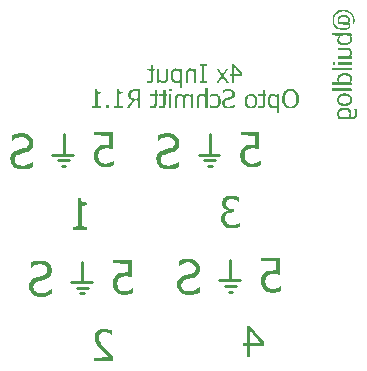
<source format=gbr>
G04 DipTrace 4.0.0.2*
G04 BottomSilk.gbr*
%MOIN*%
G04 #@! TF.FileFunction,Legend,Bot*
G04 #@! TF.Part,Single*
%ADD10C,0.009843*%
%FSLAX26Y26*%
G04*
G70*
G90*
G75*
G01*
G04 BotSilk*
%LPD*%
X699950Y749950D2*
D10*
Y687451D1*
X662451Y681201D2*
X731201D1*
X681201Y662451D2*
X718701D1*
X693701Y643701D2*
X706201D1*
X1193701Y756201D2*
Y693701D1*
X1156201Y687451D2*
X1224950D1*
X1174951Y668701D2*
X1212450D1*
X1187451Y649951D2*
X1199951D1*
X1124950Y1174950D2*
Y1112451D1*
X1087451Y1106201D2*
X1156201D1*
X1106201Y1087451D2*
X1143701D1*
X1118701Y1068701D2*
X1131201D1*
X637450Y1174950D2*
Y1112451D1*
X599951Y1106201D2*
X668701D1*
X618701Y1087451D2*
X656201D1*
X631201Y1068701D2*
X643701D1*
G36*
X1586678Y1547796D2*
X1589040Y1550159D1*
X1590615Y1553308D1*
X1591402Y1557245D1*
Y1559607D1*
X1590615Y1562757D1*
X1589827Y1565119D1*
X1585103Y1569844D1*
X1581953Y1571419D1*
X1579591Y1572206D1*
X1576442Y1572993D1*
X1566205D1*
X1563056Y1572206D1*
X1560694Y1571419D1*
X1557544Y1569844D1*
X1552820Y1565119D1*
X1551245Y1562757D1*
X1550457Y1560395D1*
Y1552521D1*
X1551245Y1550159D1*
X1551638Y1549371D1*
X1551893Y1548445D1*
X1551624Y1547787D1*
X1551245Y1547009D1*
Y1540710D1*
X1587465Y1539922D1*
Y1531261D1*
X1586678Y1530474D1*
X1585103Y1529686D1*
X1581953Y1528899D1*
X1576442Y1528111D1*
X1572242Y1527324D1*
X1568043D1*
X1563843Y1528111D1*
X1559119Y1528899D1*
X1555969Y1529686D1*
X1548095Y1533623D1*
X1542583Y1539135D1*
Y1539922D1*
X1541008Y1542285D1*
X1540221Y1544647D1*
X1539434Y1547796D1*
X1538646Y1548584D1*
Y1561182D1*
X1539434Y1561970D1*
X1540221Y1565119D1*
X1541796Y1568269D1*
X1543371Y1570631D1*
Y1571419D1*
X1548883Y1576930D1*
X1550457Y1577718D1*
X1552820Y1579293D1*
X1553607Y1580080D1*
X1555182Y1580867D1*
X1559906Y1582442D1*
X1563056Y1583230D1*
X1568043Y1584017D1*
X1573029D1*
X1578016Y1583230D1*
X1581166Y1582442D1*
X1585890Y1580867D1*
X1589040Y1579293D1*
X1589827Y1578505D1*
X1591402Y1577718D1*
X1597701Y1571419D1*
Y1570631D1*
X1599276Y1568269D1*
X1600851Y1563544D1*
X1601638Y1559607D1*
X1602426Y1558820D1*
Y1550159D1*
X1601638Y1549371D1*
X1600851Y1543072D1*
Y1541497D1*
X1605575D1*
X1606363Y1543859D1*
X1607150Y1552521D1*
Y1557245D1*
X1606363Y1562757D1*
X1605575Y1565907D1*
X1604788Y1568269D1*
X1602426Y1572993D1*
X1600851Y1575356D1*
X1592977Y1583230D1*
X1589040Y1585592D1*
X1587465Y1586379D1*
X1582741Y1587954D1*
X1579591Y1588741D1*
X1574867Y1589529D1*
X1565418D1*
X1561481Y1588741D1*
X1558331Y1587954D1*
X1555969Y1587167D1*
X1549670Y1584017D1*
X1547308Y1582442D1*
X1540221Y1575356D1*
X1537071Y1570631D1*
X1536284Y1569056D1*
X1534709Y1564332D1*
X1533922Y1561182D1*
Y1548584D1*
X1534709Y1544647D1*
X1535497Y1542285D1*
X1537859Y1537560D1*
X1539434Y1535198D1*
X1544945Y1529686D1*
X1549670Y1526537D1*
X1551245Y1525749D1*
X1555182Y1524174D1*
X1561481Y1522600D1*
X1577229D1*
X1580379Y1523387D1*
X1585103Y1524962D1*
X1589827Y1527324D1*
X1591402Y1528899D1*
Y1545434D1*
X1586678Y1547796D1*
X1581953D1*
X1573817Y1547009D1*
X1565680D1*
X1557544Y1547796D1*
Y1548584D1*
X1556757Y1550159D1*
X1555969Y1550946D1*
Y1558820D1*
X1556757Y1559607D1*
X1557544Y1561182D1*
X1557697Y1561740D1*
X1558331Y1562757D1*
X1559906Y1563544D1*
X1560694Y1564332D1*
X1563056Y1565119D1*
X1566205Y1565907D1*
X1569617Y1566694D1*
X1573029D1*
X1576442Y1565907D1*
X1579591Y1565119D1*
X1582741Y1563544D1*
X1585103Y1561182D1*
Y1559607D1*
X1585890Y1558820D1*
Y1555670D1*
X1585103Y1554883D1*
X1584316Y1551733D1*
X1582741Y1549371D1*
X1581953Y1547796D1*
X1586678D1*
G37*
G36*
X1555182Y1502915D2*
Y1502127D1*
X1552820Y1499765D1*
X1550457Y1495041D1*
X1549670Y1492678D1*
Y1484017D1*
X1552032Y1479293D1*
X1555182Y1476143D1*
X1561481Y1472993D1*
X1564631Y1472206D1*
X1569355Y1471419D1*
X1577229D1*
X1581953Y1472206D1*
X1586678Y1473781D1*
X1589827Y1475356D1*
X1592190Y1476930D1*
X1596127Y1480867D1*
X1598489Y1485592D1*
X1599276Y1489529D1*
Y1492678D1*
X1598489Y1496615D1*
X1597701Y1498978D1*
X1596520Y1501340D1*
X1595941Y1502345D1*
X1596914Y1502915D1*
X1597701Y1503702D1*
Y1510001D1*
X1596914Y1510789D1*
X1532347D1*
Y1503702D1*
X1555182Y1502915D1*
X1561481D1*
X1570930Y1503702D1*
X1580379D1*
X1589827Y1502915D1*
X1590462Y1501898D1*
X1590615Y1501340D1*
X1591402Y1498978D1*
X1592190Y1495828D1*
X1592977Y1495041D1*
Y1490316D1*
X1592190Y1489529D1*
X1591402Y1487167D1*
X1590615Y1485592D1*
Y1484804D1*
X1589040Y1483230D1*
X1587465Y1482442D1*
X1586678Y1481655D1*
X1581953Y1480080D1*
X1576704Y1479293D1*
X1571455D1*
X1566205Y1480080D1*
X1563056Y1480867D1*
X1559906Y1482442D1*
X1557544Y1484804D1*
Y1485592D1*
X1556757Y1486379D1*
Y1494253D1*
X1557544Y1495041D1*
X1558331Y1497403D1*
X1559906Y1500552D1*
X1561481Y1502915D1*
X1555182D1*
G37*
G36*
X1551245Y1462757D2*
Y1455670D1*
X1585103Y1454883D1*
X1587465Y1454096D1*
X1589040Y1453308D1*
X1591402Y1450946D1*
Y1449371D1*
X1592190Y1448584D1*
Y1444647D1*
X1591402Y1443859D1*
X1590615Y1440710D1*
X1589827Y1439135D1*
X1588253Y1436773D1*
Y1435985D1*
X1586678Y1434411D1*
X1551245Y1433623D1*
Y1426537D1*
X1597701D1*
Y1433623D1*
X1592977Y1434411D1*
Y1435198D1*
X1595339Y1437560D1*
X1596914Y1439922D1*
X1598489Y1443072D1*
X1599276Y1447009D1*
Y1449371D1*
X1598489Y1453308D1*
X1596914Y1456458D1*
X1592977Y1460395D1*
X1589827Y1461970D1*
X1586678Y1462757D1*
X1551245D1*
G37*
G36*
X1535497Y1414726D2*
Y1406852D1*
X1542583D1*
Y1414726D1*
X1535497D1*
G37*
G36*
X1551245D2*
Y1406852D1*
X1596914D1*
X1597701Y1407639D1*
Y1413938D1*
X1596914Y1414726D1*
X1551245D1*
G37*
G36*
X1532347Y1395041D2*
Y1387167D1*
X1596914D1*
X1597701Y1387954D1*
Y1394253D1*
X1596914Y1395041D1*
X1532347D1*
G37*
G36*
X1553607Y1369844D2*
X1552032Y1368269D1*
X1550457Y1365119D1*
X1549670Y1362757D1*
Y1354096D1*
X1550457Y1350946D1*
X1551245Y1349371D1*
X1551879Y1348355D1*
X1552032Y1347796D1*
X1531560Y1347009D1*
Y1339135D1*
X1596914D1*
X1597701Y1339922D1*
Y1346222D1*
X1596914Y1347009D1*
X1593764Y1347796D1*
Y1348584D1*
X1596127Y1350946D1*
X1598489Y1355670D1*
X1599276Y1359607D1*
Y1362757D1*
X1598489Y1365907D1*
X1597701Y1368269D1*
X1596127Y1370631D1*
X1592977Y1373781D1*
X1590615Y1375356D1*
X1589040Y1376143D1*
X1584316Y1377718D1*
X1579591Y1378505D1*
X1569355D1*
X1563056Y1376930D1*
X1558331Y1374568D1*
X1555182Y1372206D1*
X1553607Y1370631D1*
Y1369844D1*
X1566205D1*
X1571717Y1370631D1*
X1577229D1*
X1582741Y1369844D1*
X1585103Y1369056D1*
X1588253Y1367481D1*
X1590615Y1365119D1*
Y1364332D1*
X1591402Y1361970D1*
X1592190Y1361182D1*
Y1357245D1*
X1591402Y1356458D1*
X1590615Y1353308D1*
X1589040Y1350159D1*
Y1349371D1*
X1587465Y1347796D1*
X1577754Y1347009D1*
X1568043D1*
X1558331Y1347796D1*
X1557398Y1348682D1*
X1557544Y1349371D1*
X1556757Y1351733D1*
X1555969Y1352521D1*
Y1361182D1*
X1556757Y1361970D1*
Y1363544D1*
X1560694Y1367481D1*
X1563843Y1369056D1*
X1566205Y1369844D1*
X1553607D1*
G37*
G36*
X1532347Y1327324D2*
Y1319450D1*
X1596914D1*
X1597701Y1320237D1*
Y1326537D1*
X1596914Y1327324D1*
X1532347D1*
G37*
G36*
X1552820Y1302127D2*
X1552561Y1301172D1*
X1552032Y1300552D1*
X1550457Y1297403D1*
X1549670Y1295041D1*
Y1284804D1*
X1550457Y1282442D1*
X1552032Y1279293D1*
X1553607Y1276930D1*
X1555969Y1274568D1*
X1558331Y1272993D1*
X1563056Y1270631D1*
X1566205Y1269844D1*
X1570930Y1269056D1*
X1577229D1*
X1582741Y1269844D1*
X1587465Y1271419D1*
X1589040Y1272206D1*
X1591402Y1273781D1*
X1596127Y1278505D1*
X1597701Y1281655D1*
X1598489Y1284017D1*
X1599276Y1288741D1*
Y1291104D1*
X1598489Y1295828D1*
X1597701Y1298190D1*
X1596127Y1301340D1*
X1590615Y1306852D1*
X1585890Y1309214D1*
X1582741Y1310001D1*
X1578804Y1310789D1*
X1569355D1*
X1565418Y1310001D1*
X1560694Y1308426D1*
X1559119Y1307639D1*
X1556757Y1306064D1*
X1552820Y1302127D1*
X1566205D1*
X1571717Y1302915D1*
X1577229D1*
X1582741Y1302127D1*
X1585103Y1301340D1*
X1588253Y1299765D1*
X1590615Y1297403D1*
Y1296615D1*
X1592190Y1292678D1*
X1592977Y1291891D1*
Y1287954D1*
X1592190Y1287167D1*
X1591402Y1284804D1*
X1590615Y1283230D1*
Y1282442D1*
X1589040Y1280867D1*
X1587465Y1280080D1*
X1586678Y1279293D1*
X1581953Y1277718D1*
X1576966Y1276930D1*
X1571980D1*
X1566993Y1277718D1*
X1563843Y1278505D1*
X1560694Y1280080D1*
X1556757Y1284017D1*
Y1284804D1*
X1555969Y1285592D1*
Y1294253D1*
X1556757Y1295041D1*
X1557544Y1296615D1*
Y1297403D1*
X1559119Y1298978D1*
X1560694Y1299765D1*
X1561481Y1300552D1*
X1563056Y1301340D1*
X1566205Y1302127D1*
X1552820D1*
G37*
G36*
Y1254883D2*
X1552561Y1253928D1*
X1552032Y1253308D1*
X1550457Y1250159D1*
X1549670Y1247796D1*
Y1239135D1*
X1551245Y1234411D1*
X1551638Y1233623D1*
X1551893Y1232697D1*
X1551624Y1232039D1*
X1551245Y1231261D1*
Y1224174D1*
X1592190D1*
X1600064Y1224962D1*
X1603213Y1225749D1*
X1605575Y1226537D1*
X1607150Y1227324D1*
X1609512Y1228899D1*
X1611875Y1231261D1*
X1614237Y1235985D1*
X1615024Y1238348D1*
X1615812Y1243859D1*
Y1247796D1*
X1615024Y1254096D1*
X1614237Y1257245D1*
X1613449Y1258820D1*
X1606363D1*
Y1258033D1*
X1607150Y1255670D1*
X1607938Y1252521D1*
X1608725Y1248584D1*
X1609512Y1247796D1*
Y1242285D1*
X1608725Y1241497D1*
X1607938Y1238348D1*
X1607150Y1236773D1*
Y1235985D1*
X1605575Y1234411D1*
X1602426Y1232836D1*
X1598751Y1232048D1*
X1595077D1*
X1591402Y1232836D1*
X1593764Y1235198D1*
X1596127Y1239922D1*
X1596914Y1244647D1*
Y1247796D1*
X1596127Y1251733D1*
X1594552Y1254883D1*
X1589040Y1260395D1*
X1587465Y1261182D1*
X1582741Y1262757D1*
X1578804Y1263544D1*
X1569355D1*
X1565418Y1262757D1*
X1563056Y1261970D1*
X1556757Y1258820D1*
X1552820Y1254883D1*
X1566205D1*
X1571455Y1255670D1*
X1576704D1*
X1581953Y1254883D1*
X1584316Y1254096D1*
X1585890Y1253308D1*
X1589827Y1249371D1*
Y1247009D1*
X1590615Y1246222D1*
Y1242285D1*
X1589827Y1241497D1*
X1589040Y1238348D1*
X1587465Y1235198D1*
Y1234411D1*
X1585890Y1232836D1*
X1576704Y1232048D1*
X1567518D1*
X1558331Y1232836D1*
X1557398Y1233721D1*
X1557544Y1234411D1*
X1556757Y1236773D1*
X1555969Y1237560D1*
Y1247009D1*
X1556757Y1247796D1*
Y1248584D1*
X1561481Y1253308D1*
X1566205Y1254883D1*
X1552820D1*
G37*
G36*
X1091402Y1408426D2*
Y1402915D1*
X1099276Y1402127D1*
Y1352521D1*
X1091402Y1351733D1*
Y1346222D1*
X1115024D1*
Y1351733D1*
X1106363Y1352521D1*
Y1402127D1*
X1115024Y1402915D1*
Y1408426D1*
X1091402D1*
G37*
G36*
X1198489Y1398190D2*
Y1375356D1*
X1190615Y1374568D1*
Y1368269D1*
X1198489Y1367481D1*
Y1346222D1*
X1205575D1*
Y1367481D1*
X1233134Y1368269D1*
Y1377718D1*
X1227623Y1384017D1*
X1221323Y1391104D1*
X1215812Y1397403D1*
X1209512Y1404489D1*
X1205575Y1408426D1*
X1198489D1*
Y1398190D1*
X1205575D1*
X1206163Y1398696D1*
X1206572Y1398650D1*
X1207150Y1398190D1*
X1211087Y1393466D1*
X1222111Y1380867D1*
X1227623Y1375356D1*
X1220274Y1374568D1*
X1212925D1*
X1205575Y1375356D1*
Y1398190D1*
X1198489D1*
G37*
G36*
X929197Y1406064D2*
Y1393466D1*
X914237Y1392678D1*
Y1387167D1*
X929197Y1386379D1*
Y1359607D1*
X928410Y1358820D1*
Y1355670D1*
X926048Y1353308D1*
X924473Y1352521D1*
X921848Y1351733D1*
X919224D1*
X916599Y1352521D1*
X915024Y1353308D1*
X914237D1*
Y1347009D1*
X915024Y1346222D1*
X918961Y1345434D1*
X926048D1*
X928410Y1346222D1*
X931560Y1347796D1*
X933134Y1349371D1*
X934709Y1351733D1*
X935497Y1354096D1*
X936284Y1358820D1*
Y1386379D1*
X941008Y1387167D1*
Y1392678D1*
X936284Y1393466D1*
Y1406064D1*
X929197D1*
G37*
G36*
X996914Y1386379D2*
X996655Y1385424D1*
X996127Y1384804D1*
X995339Y1383230D1*
X994552Y1380867D1*
X993764Y1377718D1*
Y1364332D1*
X994552Y1361182D1*
X995339Y1358820D1*
X997701Y1354096D1*
X999276Y1351733D1*
X1001638Y1349371D1*
X1004001Y1347796D1*
X1007150Y1346222D1*
X1009512Y1345434D1*
X1017386D1*
X1022111Y1347009D1*
X1023686Y1347796D1*
X1024274Y1348302D1*
X1024682Y1348256D1*
X1025260Y1347796D1*
Y1328899D1*
X1032347D1*
Y1392678D1*
X1025260D1*
Y1389529D1*
X1024300Y1388707D1*
X1023686Y1388741D1*
X1021323Y1391104D1*
X1016599Y1393466D1*
X1013449Y1394253D1*
X1007150D1*
X1004788Y1393466D1*
X1001638Y1391891D1*
X997701Y1387954D1*
X996914Y1386379D1*
X1008725D1*
X1011350Y1387167D1*
X1013974D1*
X1016599Y1386379D1*
X1018961Y1385592D1*
X1022111Y1384017D1*
X1022898Y1383230D1*
X1024473Y1382442D1*
X1025260Y1381655D1*
Y1354883D1*
X1024473Y1354096D1*
X1019749Y1352521D1*
X1016599Y1351733D1*
X1013449D1*
X1010300Y1352521D1*
X1007150Y1354096D1*
X1003213Y1358033D1*
Y1358820D1*
X1002426Y1361182D1*
X1001638Y1364332D1*
X1000851Y1365119D1*
Y1374568D1*
X1001638Y1375356D1*
X1002426Y1379293D1*
X1003213Y1381655D1*
Y1382442D1*
X1005575Y1384804D1*
X1008725Y1386379D1*
X996914D1*
G37*
G36*
X1055969Y1394253D2*
X1052820Y1393466D1*
X1051245Y1392678D1*
X1047308Y1388741D1*
X1045733Y1385592D1*
X1044945Y1383230D1*
Y1346222D1*
X1051245D1*
X1052032Y1373781D1*
X1052820Y1381655D1*
Y1383230D1*
X1055182Y1385592D1*
X1056757Y1386379D1*
X1059381Y1387167D1*
X1062006D1*
X1064631Y1386379D1*
X1066993Y1385592D1*
X1068568Y1384804D1*
X1069355Y1384017D1*
X1070930Y1383230D1*
X1073292Y1380867D1*
Y1346222D1*
X1080379D1*
Y1392678D1*
X1073292D1*
Y1388741D1*
X1072457Y1387886D1*
X1072049Y1388014D1*
X1071717Y1388741D1*
X1070142Y1390316D1*
X1067780Y1391891D1*
X1064631Y1393466D1*
X1061481Y1394253D1*
X1055969D1*
G37*
G36*
X948883Y1392678D2*
Y1346222D1*
X955969D1*
Y1350159D1*
X956557Y1350664D1*
X956965Y1350618D1*
X957535Y1350135D1*
X958331Y1349371D1*
X961481Y1347009D1*
X964631Y1345434D1*
X967780Y1344647D1*
X974079D1*
X976442Y1345434D1*
X978016Y1346222D1*
X982741Y1350946D1*
X983528Y1352521D1*
X984316Y1354883D1*
X985103Y1358820D1*
Y1392678D1*
X978016D1*
X977229Y1359607D1*
X976442Y1356458D1*
Y1355670D1*
X974079Y1353308D1*
X972505Y1352521D1*
X969880Y1351733D1*
X967255D1*
X964631Y1352521D1*
X958331Y1355670D1*
X957544Y1356458D1*
X955969Y1357245D1*
Y1392678D1*
X948883D1*
G37*
G36*
X1147308D2*
Y1391891D1*
X1150457Y1387167D1*
X1152820Y1384017D1*
X1157544Y1376930D1*
X1159906Y1373781D1*
X1161481Y1371419D1*
X1163056Y1369844D1*
X1161481Y1368269D1*
X1147308Y1347009D1*
Y1346222D1*
X1155182D1*
X1156757Y1347796D1*
X1163056Y1357245D1*
X1163843Y1358820D1*
X1165418Y1361182D1*
Y1361970D1*
X1166993Y1363544D1*
X1167711Y1363243D1*
X1168398Y1362476D1*
X1168568Y1361970D1*
X1178016Y1347796D1*
X1178804Y1346222D1*
X1187465D1*
X1184316Y1350946D1*
X1181953Y1354096D1*
X1177229Y1361182D1*
X1174867Y1364332D1*
X1173292Y1366694D1*
X1171717Y1368269D1*
Y1369844D1*
X1172505Y1370631D1*
X1186678Y1391891D1*
Y1392678D1*
X1178016D1*
X1174867Y1387954D1*
X1174079Y1386379D1*
X1169355Y1379293D1*
X1168171Y1376928D1*
X1167713Y1376106D1*
X1166944Y1375286D1*
X1166539Y1375415D1*
X1166205Y1376143D1*
X1159906Y1385592D1*
X1157544Y1388741D1*
X1155969Y1391104D1*
X1154394Y1392678D1*
X1147308D1*
G37*
G36*
X1110300Y1327324D2*
Y1304489D1*
X1109465Y1303634D1*
X1109057Y1303762D1*
X1108725Y1304489D1*
X1107150Y1306064D1*
X1104788Y1307639D1*
X1101638Y1309214D1*
X1098489Y1310001D1*
X1092977D1*
X1089827Y1309214D1*
X1088253Y1308426D1*
X1084316Y1304489D1*
X1082741Y1301340D1*
X1081953Y1298978D1*
Y1261970D1*
X1088253D1*
X1089040Y1289529D1*
X1089827Y1297403D1*
Y1298978D1*
X1092190Y1301340D1*
X1093764Y1302127D1*
X1096389Y1302915D1*
X1099014D1*
X1101638Y1302127D1*
X1104001Y1301340D1*
X1105575Y1300552D1*
X1106363Y1299765D1*
X1107938Y1298978D1*
X1110300Y1296615D1*
Y1261970D1*
X1117386D1*
Y1327324D1*
X1110300D1*
G37*
G36*
X1181953Y1325749D2*
X1177229Y1324962D1*
X1174079Y1324174D1*
X1171717Y1323387D1*
X1170142Y1322600D1*
X1169355Y1321812D1*
Y1312363D1*
X1172505Y1314726D1*
X1173292Y1315513D1*
X1176442Y1317088D1*
X1178804Y1317875D1*
X1185103Y1319450D1*
X1188253D1*
X1191402Y1318663D1*
X1193764Y1317875D1*
X1195339Y1317088D1*
X1199276Y1313151D1*
Y1312363D1*
X1200064Y1311576D1*
Y1306064D1*
X1199276Y1305277D1*
Y1303702D1*
X1196127Y1300552D1*
X1194552Y1299765D1*
X1189827Y1298190D1*
X1180379Y1295828D1*
X1175654Y1294253D1*
X1174079Y1293466D1*
X1171717Y1291891D1*
X1169355Y1289529D1*
X1166993Y1284804D1*
X1166205Y1280080D1*
Y1278505D1*
X1166993Y1274568D1*
X1167780Y1272206D1*
X1169355Y1269056D1*
X1171717Y1265907D1*
X1174867Y1263544D1*
X1178016Y1261970D1*
X1180379Y1261182D1*
X1183528Y1260395D1*
X1193764D1*
X1198489Y1261182D1*
X1203213Y1262757D1*
X1207150Y1264332D1*
X1207938Y1265119D1*
Y1275356D1*
X1204788Y1272206D1*
X1198489Y1269056D1*
X1193764Y1267481D1*
X1190352Y1266694D1*
X1186940D1*
X1183528Y1267481D1*
X1181166Y1268269D1*
X1178016Y1269844D1*
X1175654Y1272206D1*
Y1272993D1*
X1174867Y1275356D1*
X1174079Y1276143D1*
Y1279293D1*
X1174867Y1280080D1*
X1176442Y1284017D1*
X1176595Y1284575D1*
X1177229Y1285592D1*
X1180379Y1287167D1*
X1185103Y1288741D1*
X1194552Y1291104D1*
X1196914Y1291891D1*
X1201638Y1294253D1*
X1205575Y1298190D1*
X1207150Y1301340D1*
X1207938Y1304489D1*
Y1310789D1*
X1207150Y1313938D1*
X1205575Y1317088D1*
X1200064Y1322600D1*
X1196914Y1324174D1*
X1194552Y1324962D1*
X1191402Y1325749D1*
X1181953D1*
G37*
G36*
X1374867Y1318663D2*
X1373292Y1317088D1*
X1371717Y1314726D1*
X1368568Y1308426D1*
X1367780Y1306064D1*
X1366993Y1302915D1*
X1366205Y1296615D1*
Y1289529D1*
X1366993Y1283230D1*
X1367780Y1280080D1*
X1368568Y1277718D1*
X1371717Y1271419D1*
X1374079Y1268269D1*
X1376442Y1265907D1*
X1378804Y1264332D1*
X1383528Y1261970D1*
X1385890Y1261182D1*
X1389040Y1260395D1*
X1398489D1*
X1402426Y1261182D1*
X1404788Y1261970D1*
X1407938Y1263544D1*
X1410300Y1265119D1*
X1415024Y1269844D1*
X1416599Y1272206D1*
X1418961Y1276930D1*
X1419749Y1279293D1*
X1420536Y1282442D1*
X1421323Y1286379D1*
Y1299765D1*
X1420536Y1303702D1*
X1419749Y1306852D1*
X1418961Y1309214D1*
X1416599Y1313938D1*
X1415024Y1316300D1*
X1410300Y1321025D1*
X1407938Y1322600D1*
X1404788Y1324174D1*
X1398489Y1325749D1*
X1389040D1*
X1385890Y1324962D1*
X1383528Y1324174D1*
X1378804Y1321812D1*
X1376442Y1320237D1*
X1374867Y1318663D1*
X1389040D1*
X1392190Y1319450D1*
X1395339D1*
X1401638Y1317875D1*
X1403213Y1317088D1*
X1404001Y1316300D1*
X1405575Y1315513D1*
X1408725Y1312363D1*
Y1311576D1*
X1410300Y1309214D1*
X1411875Y1304489D1*
X1412662Y1300552D1*
X1413449Y1299765D1*
Y1286379D1*
X1412662Y1285592D1*
X1411875Y1281655D1*
X1411087Y1279293D1*
X1409512Y1276143D1*
X1407938Y1273781D1*
Y1272993D1*
X1405575Y1270631D1*
X1400851Y1268269D1*
X1398489Y1267481D1*
X1395339Y1266694D1*
X1392190D1*
X1389040Y1267481D1*
X1386678Y1268269D1*
X1383528Y1269844D1*
X1378016Y1275356D1*
Y1276143D1*
X1377229Y1277718D1*
X1375654Y1282442D1*
X1374867Y1287954D1*
X1374079Y1288741D1*
Y1297403D1*
X1374867Y1298190D1*
X1375654Y1302915D1*
X1376442Y1306064D1*
X1377229Y1308426D1*
X1378016Y1310001D1*
X1380379Y1313151D1*
X1380532Y1313709D1*
X1381166Y1314726D1*
X1382741Y1315513D1*
X1383528Y1316300D1*
X1386678Y1317875D1*
X1389040Y1318663D1*
X1374867D1*
G37*
G36*
X743371Y1324174D2*
Y1268269D1*
X732347Y1267481D1*
Y1261970D1*
X761481D1*
Y1267481D1*
X750457Y1268269D1*
Y1310001D1*
X761481Y1310789D1*
Y1315513D1*
X756757Y1316300D1*
X753607Y1317088D1*
X752032Y1317875D1*
X749670Y1320237D1*
Y1321812D1*
X748883Y1324174D1*
X743371D1*
G37*
G36*
X816599D2*
Y1268269D1*
X805575Y1267481D1*
Y1261970D1*
X834709D1*
Y1267481D1*
X823686Y1268269D1*
Y1310001D1*
X834709Y1310789D1*
Y1315513D1*
X829985Y1316300D1*
X826835Y1317088D1*
X825260Y1317875D1*
X822898Y1320237D1*
Y1321812D1*
X822111Y1324174D1*
X816599D1*
G37*
G36*
X855969Y1317088D2*
X855710Y1316133D1*
X855182Y1315513D1*
X853607Y1312363D1*
Y1302915D1*
X855182Y1298190D1*
X856757Y1295828D1*
X859906Y1292678D1*
X862268Y1291104D1*
X865418Y1289529D1*
X866205Y1288741D1*
X863843Y1286379D1*
X854394Y1274568D1*
X850457Y1269844D1*
X844158Y1261970D1*
X854394D1*
X855969Y1263544D1*
X858331Y1266694D1*
X864631Y1274568D1*
X866993Y1277718D1*
X873292Y1285592D1*
Y1286379D1*
X876966Y1287167D1*
X880641D1*
X884316Y1286379D1*
Y1261970D1*
X892190D1*
Y1324174D1*
X869355D1*
X865418Y1323387D1*
X863056Y1322600D1*
X859906Y1321025D1*
X855969Y1317088D1*
X869355D1*
X874342Y1317875D1*
X879329D1*
X884316Y1317088D1*
Y1294253D1*
X879854Y1293466D1*
X875392D1*
X870930Y1294253D1*
X867780Y1295041D1*
X866205Y1295828D1*
X863056Y1298978D1*
Y1299765D1*
X862268Y1301340D1*
X861481Y1302127D1*
Y1310789D1*
X862268Y1311576D1*
Y1312363D1*
X865418Y1315513D1*
X866993Y1316300D1*
X869355Y1317088D1*
X855969D1*
G37*
G36*
X989040Y1324174D2*
Y1317088D1*
X997701D1*
Y1324174D1*
X989040D1*
G37*
G36*
X941008Y1321812D2*
Y1309214D1*
X926048Y1308426D1*
Y1302915D1*
X941008Y1302127D1*
Y1275356D1*
X940221Y1274568D1*
Y1271419D1*
X937859Y1269056D1*
X936284Y1268269D1*
X933659Y1267481D1*
X931035D1*
X928410Y1268269D1*
X926835Y1269056D1*
X926048D1*
Y1262757D1*
X926835Y1261970D1*
X930772Y1261182D1*
X937859D1*
X940221Y1261970D1*
X943371Y1263544D1*
X944945Y1265119D1*
X946520Y1267481D1*
X947308Y1269844D1*
X948095Y1274568D1*
Y1302127D1*
X952820Y1302915D1*
Y1308426D1*
X948095Y1309214D1*
Y1321812D1*
X941008D1*
G37*
G36*
X970142D2*
Y1309214D1*
X955182Y1308426D1*
Y1302915D1*
X970142Y1302127D1*
Y1275356D1*
X969355Y1274568D1*
Y1271419D1*
X966993Y1269056D1*
X965418Y1268269D1*
X962793Y1267481D1*
X960169D1*
X957544Y1268269D1*
X955969Y1269056D1*
X955182D1*
Y1262757D1*
X955969Y1261970D1*
X959906Y1261182D1*
X966993D1*
X969355Y1261970D1*
X972505Y1263544D1*
X974079Y1265119D1*
X975654Y1267481D1*
X976442Y1269844D1*
X977229Y1274568D1*
Y1302127D1*
X981953Y1302915D1*
Y1308426D1*
X977229Y1309214D1*
Y1321812D1*
X970142D1*
G37*
G36*
X1301638D2*
Y1309214D1*
X1286678Y1308426D1*
Y1302915D1*
X1301638Y1302127D1*
Y1275356D1*
X1300851Y1274568D1*
Y1271419D1*
X1298489Y1269056D1*
X1296914Y1268269D1*
X1294289Y1267481D1*
X1291665D1*
X1289040Y1268269D1*
X1287465Y1269056D1*
X1286678D1*
Y1262757D1*
X1287465Y1261970D1*
X1291402Y1261182D1*
X1298489D1*
X1300851Y1261970D1*
X1304001Y1263544D1*
X1305575Y1265119D1*
X1307150Y1267481D1*
X1307938Y1269844D1*
X1308725Y1274568D1*
Y1302127D1*
X1313449Y1302915D1*
Y1308426D1*
X1308725Y1309214D1*
Y1321812D1*
X1301638D1*
G37*
G36*
X1019749Y1310001D2*
X1016599Y1309214D1*
X1014237Y1307639D1*
X1011875Y1305277D1*
X1010300Y1302127D1*
X1009512Y1299765D1*
Y1261970D1*
X1015812D1*
X1016599Y1290316D1*
X1017386Y1298190D1*
X1018174Y1299765D1*
X1018327Y1300323D1*
X1018961Y1301340D1*
X1020536Y1302127D1*
X1022898Y1302915D1*
X1025260D1*
X1029985Y1301340D1*
X1031560Y1300552D1*
X1032347Y1299765D1*
X1033922Y1298978D1*
X1036284Y1296615D1*
X1036025Y1295660D1*
X1035497Y1295041D1*
Y1261970D1*
X1042583D1*
X1043371Y1292678D1*
X1044158Y1298978D1*
Y1299765D1*
X1045733Y1301340D1*
X1047308Y1302127D1*
X1049670Y1302915D1*
X1052032D1*
X1056757Y1301340D1*
X1057544Y1300552D1*
X1059906Y1298978D1*
X1061481Y1298190D1*
X1062268Y1297403D1*
Y1261970D1*
X1069355D1*
Y1308426D1*
X1062268D1*
Y1304489D1*
X1061433Y1303634D1*
X1061026Y1303762D1*
X1060694Y1304489D1*
X1058331Y1306852D1*
X1055969Y1308426D1*
X1054394Y1309214D1*
X1052032Y1310001D1*
X1046520D1*
X1043371Y1309214D1*
X1041796Y1308426D1*
X1038646Y1305277D1*
X1037859Y1303702D1*
X1037572Y1302734D1*
X1036758Y1302066D1*
X1036284Y1302127D1*
X1030772Y1307639D1*
X1027623Y1309214D1*
X1025260Y1310001D1*
X1019749D1*
G37*
G36*
X1135497D2*
X1132347Y1309214D1*
X1127623Y1307639D1*
X1126048Y1306852D1*
Y1298190D1*
X1128410Y1299765D1*
X1129197Y1300552D1*
X1130772Y1301340D1*
X1135497Y1302915D1*
X1138121Y1303702D1*
X1140746D1*
X1143371Y1302915D1*
X1145733Y1302127D1*
X1147308Y1301340D1*
X1151245Y1297403D1*
Y1296615D1*
X1152032Y1295041D1*
X1152820Y1291891D1*
X1153607Y1291104D1*
Y1280080D1*
X1152820Y1279293D1*
X1152032Y1276143D1*
X1151245Y1274568D1*
Y1273781D1*
X1147308Y1269844D1*
X1145733Y1269056D1*
X1143371Y1268269D1*
X1140484Y1267481D1*
X1137596D1*
X1134709Y1268269D1*
X1132347Y1269056D1*
X1127623Y1271419D1*
X1126048Y1272993D1*
Y1264332D1*
X1127623Y1263544D1*
X1132347Y1261970D1*
X1135497Y1261182D1*
X1143371D1*
X1146520Y1261970D1*
X1148883Y1262757D1*
X1152032Y1264332D1*
X1157544Y1269844D1*
X1159119Y1272993D1*
X1160694Y1277718D1*
Y1292678D1*
X1159906Y1295828D1*
X1157544Y1300552D1*
X1155969Y1302915D1*
X1152820Y1306064D1*
X1150457Y1307639D1*
X1148883Y1308426D1*
X1146520Y1309214D1*
X1143371Y1310001D1*
X1135497D1*
G37*
G36*
X1246520Y1302915D2*
Y1302127D1*
X1244945Y1300552D1*
X1243371Y1297403D1*
X1242583Y1295041D1*
X1241796Y1291891D1*
Y1278505D1*
X1242583Y1275356D1*
X1243371Y1272993D1*
X1245733Y1268269D1*
X1250457Y1263544D1*
X1255182Y1261182D1*
X1258331Y1260395D1*
X1266205D1*
X1269355Y1261182D1*
X1271717Y1261970D1*
X1274079Y1263544D1*
X1278804Y1268269D1*
X1280379Y1270631D1*
X1281166Y1272993D1*
X1281953Y1274568D1*
X1282741Y1277718D1*
Y1292678D1*
X1281953Y1295828D1*
X1281166Y1298190D1*
X1280379Y1299765D1*
X1278804Y1302127D1*
X1274079Y1306852D1*
X1269355Y1309214D1*
X1266205Y1310001D1*
X1258331D1*
X1255182Y1309214D1*
X1250457Y1306852D1*
X1246520Y1302915D1*
X1258331D1*
X1260956Y1303702D1*
X1263581D1*
X1266205Y1302915D1*
X1268568Y1302127D1*
X1270142Y1301340D1*
X1272505Y1298978D1*
Y1298190D1*
X1274079Y1295041D1*
X1274867Y1292678D1*
X1275654Y1291891D1*
Y1279293D1*
X1274867Y1278505D1*
X1274079Y1275356D1*
X1272505Y1272206D1*
Y1271419D1*
X1270142Y1269056D1*
X1268568Y1268269D1*
X1266205Y1267481D1*
X1263581Y1266694D1*
X1260956D1*
X1258331Y1267481D1*
X1255969Y1268269D1*
X1255182Y1269056D1*
X1253607Y1269844D1*
X1252673Y1270729D1*
X1252820Y1271419D1*
X1251245Y1273781D1*
X1250457Y1276143D1*
X1249670Y1279293D1*
X1248883Y1280080D1*
Y1290316D1*
X1249670Y1291104D1*
X1250457Y1294253D1*
X1251245Y1296615D1*
X1252820Y1298978D1*
X1252973Y1299536D1*
X1253607Y1300552D1*
X1258331Y1302915D1*
X1246520D1*
G37*
G36*
X1321323Y1302127D2*
X1321065Y1301172D1*
X1320536Y1300552D1*
X1319749Y1298978D1*
X1318961Y1296615D1*
X1318174Y1293466D1*
Y1280080D1*
X1318961Y1276930D1*
X1319749Y1274568D1*
X1322111Y1269844D1*
X1323686Y1267481D1*
X1326048Y1265119D1*
X1328410Y1263544D1*
X1331560Y1261970D1*
X1333922Y1261182D1*
X1341796D1*
X1346520Y1262757D1*
X1348095Y1263544D1*
X1348683Y1264050D1*
X1349091Y1264004D1*
X1349670Y1263544D1*
Y1244647D1*
X1356757D1*
Y1308426D1*
X1349670D1*
Y1305277D1*
X1348710Y1304455D1*
X1348095Y1304489D1*
X1345733Y1306852D1*
X1341008Y1309214D1*
X1337859Y1310001D1*
X1331560D1*
X1329197Y1309214D1*
X1326048Y1307639D1*
X1322111Y1303702D1*
X1321323Y1302127D1*
X1333134D1*
X1335759Y1302915D1*
X1338384D1*
X1341008Y1302127D1*
X1343371Y1301340D1*
X1346520Y1299765D1*
X1347308Y1298978D1*
X1348883Y1298190D1*
X1349670Y1297403D1*
Y1270631D1*
X1348883Y1269844D1*
X1344158Y1268269D1*
X1341008Y1267481D1*
X1337859D1*
X1334709Y1268269D1*
X1331560Y1269844D1*
X1327623Y1273781D1*
Y1274568D1*
X1326835Y1276930D1*
X1326048Y1280080D1*
X1325260Y1280867D1*
Y1290316D1*
X1326048Y1291104D1*
X1326835Y1295041D1*
X1327623Y1297403D1*
Y1298190D1*
X1329985Y1300552D1*
X1333134Y1302127D1*
X1321323D1*
G37*
G36*
X989827Y1308426D2*
Y1261970D1*
X996914D1*
Y1308426D1*
X989827D1*
G37*
G36*
X780379Y1272993D2*
Y1261970D1*
X789827D1*
Y1272993D1*
X780379D1*
G37*
G36*
X550457Y753177D2*
X541796Y751733D1*
X536022Y750290D1*
X531691Y748846D1*
X528804Y747403D1*
X527360Y745959D1*
Y728636D1*
X533134Y732967D1*
X534578Y734411D1*
X540352Y737298D1*
X544683Y738741D1*
X556232Y741628D1*
X562006D1*
X567780Y740185D1*
X572111Y738741D1*
X574998Y737298D1*
X582216Y730080D1*
Y728636D1*
X583659Y727193D1*
Y717088D1*
X582216Y715644D1*
Y712757D1*
X576442Y706983D1*
X573554Y705539D1*
X564893Y702652D1*
X547570Y698321D1*
X538909Y695434D1*
X536022Y693991D1*
X531691Y691104D1*
X527360Y686773D1*
X523029Y678111D1*
X521586Y669450D1*
Y666563D1*
X523029Y659345D1*
X524473Y655014D1*
X527360Y649240D1*
X531691Y643466D1*
X537465Y639135D1*
X543239Y636248D1*
X547570Y634804D1*
X553344Y633361D1*
X572111D1*
X580772Y634804D1*
X589434Y637691D1*
X596652Y640579D1*
X598095Y642022D1*
Y660789D1*
X592321Y655014D1*
X580772Y649240D1*
X572111Y646353D1*
X565855Y644909D1*
X559600D1*
X553344Y646353D1*
X549014Y647796D1*
X543239Y650684D1*
X538909Y655014D1*
Y656458D1*
X537465Y660789D1*
X536022Y662232D1*
Y668006D1*
X537465Y669450D1*
X540352Y676668D1*
X540633Y677691D1*
X541796Y679555D1*
X547570Y682442D1*
X556232Y685329D1*
X573554Y689660D1*
X577885Y691104D1*
X586547Y695434D1*
X593764Y702652D1*
X596652Y708426D1*
X598095Y714201D1*
Y725749D1*
X596652Y731523D1*
X593764Y737298D1*
X583659Y747403D1*
X577885Y750290D1*
X573554Y751733D1*
X567780Y753177D1*
X550457D1*
G37*
G36*
X803082Y756064D2*
Y744516D1*
X850720Y743072D1*
Y714201D1*
X830510Y712757D1*
X823292Y711314D1*
X814631Y706983D1*
X807413Y699765D1*
X804526Y693991D1*
X803082Y689660D1*
X801638Y679555D1*
Y676668D1*
X803082Y666563D1*
X804526Y662232D1*
X808856Y653571D1*
X817518Y644909D1*
X823292Y642022D1*
X827623Y640579D1*
X833397Y639135D1*
X849276D1*
X856494Y640579D1*
X862268Y642022D1*
X869486Y644909D1*
Y660789D1*
X857938Y655014D1*
X853607Y653571D1*
X847833Y652127D1*
X843021Y650684D1*
X838209D1*
X833397Y652127D1*
X829066Y653571D1*
X826179Y655014D1*
X820405Y660789D1*
Y662232D1*
X818961Y665119D1*
X817518Y670894D1*
X816074Y672337D1*
Y682442D1*
X817518Y683886D1*
X818961Y689660D1*
Y691104D1*
X824736Y696878D1*
X827623Y698321D1*
X833397Y699765D1*
X840615Y701209D1*
X847833D1*
X855050Y699765D1*
X863712Y698321D1*
X865155D1*
Y756064D1*
X803082D1*
G37*
G36*
X1044158Y758951D2*
X1035497Y757508D1*
X1029722Y756064D1*
X1025392Y754621D1*
X1022505Y753177D1*
X1021061Y751733D1*
Y734411D1*
X1026835Y738741D1*
X1028279Y740185D1*
X1034053Y743072D1*
X1038384Y744516D1*
X1049932Y747403D1*
X1055707D1*
X1061481Y745959D1*
X1065812Y744516D1*
X1068699Y743072D1*
X1075917Y735854D1*
Y734411D1*
X1077360Y732967D1*
Y722862D1*
X1075917Y721419D1*
Y718531D1*
X1070142Y712757D1*
X1067255Y711314D1*
X1058594Y708426D1*
X1041271Y704096D1*
X1032610Y701209D1*
X1029722Y699765D1*
X1025392Y696878D1*
X1021061Y692547D1*
X1016730Y683886D1*
X1015287Y675224D1*
Y672337D1*
X1016730Y665119D1*
X1018174Y660789D1*
X1021061Y655014D1*
X1025392Y649240D1*
X1031166Y644909D1*
X1036940Y642022D1*
X1041271Y640579D1*
X1047045Y639135D1*
X1065812D1*
X1074473Y640579D1*
X1083134Y643466D1*
X1090352Y646353D1*
X1091796Y647796D1*
Y666563D1*
X1086022Y660789D1*
X1074473Y655014D1*
X1065812Y652127D1*
X1059556Y650684D1*
X1053301D1*
X1047045Y652127D1*
X1042715Y653571D1*
X1036940Y656458D1*
X1032610Y660789D1*
Y662232D1*
X1031166Y666563D1*
X1029722Y668006D1*
Y673781D1*
X1031166Y675224D1*
X1034053Y682442D1*
X1034334Y683465D1*
X1035497Y685329D1*
X1041271Y688216D1*
X1049932Y691104D1*
X1067255Y695434D1*
X1071586Y696878D1*
X1080247Y701209D1*
X1087465Y708426D1*
X1090352Y714201D1*
X1091796Y719975D1*
Y731523D1*
X1090352Y737298D1*
X1087465Y743072D1*
X1077360Y753177D1*
X1071586Y756064D1*
X1067255Y757508D1*
X1061481Y758951D1*
X1044158D1*
G37*
G36*
X1296783Y763282D2*
Y751733D1*
X1344421Y750290D1*
Y721419D1*
X1324211Y719975D1*
X1316993Y718531D1*
X1308331Y714201D1*
X1301113Y706983D1*
X1298226Y701209D1*
X1296783Y696878D1*
X1295339Y686773D1*
Y683886D1*
X1296783Y673781D1*
X1298226Y669450D1*
X1302557Y660789D1*
X1311218Y652127D1*
X1316993Y649240D1*
X1321323Y647796D1*
X1327098Y646353D1*
X1342977D1*
X1350195Y647796D1*
X1355969Y649240D1*
X1363187Y652127D1*
Y668006D1*
X1351638Y662232D1*
X1347308Y660789D1*
X1341533Y659345D1*
X1336722Y657901D1*
X1331910D1*
X1327098Y659345D1*
X1322767Y660789D1*
X1319880Y662232D1*
X1314106Y668006D1*
Y669450D1*
X1312662Y672337D1*
X1311218Y678111D1*
X1309775Y679555D1*
Y689660D1*
X1311218Y691104D1*
X1312662Y696878D1*
Y698321D1*
X1318436Y704096D1*
X1321323Y705539D1*
X1327098Y706983D1*
X1334316Y708426D1*
X1341533D1*
X1348751Y706983D1*
X1357413Y705539D1*
X1358856D1*
Y763282D1*
X1296783D1*
G37*
G36*
X974867Y1177586D2*
X966205Y1176143D1*
X960431Y1174699D1*
X956100Y1173256D1*
X953213Y1171812D1*
X951770Y1170369D1*
Y1153046D1*
X957544Y1157377D1*
X958987Y1158820D1*
X964762Y1161707D1*
X969092Y1163151D1*
X980641Y1166038D1*
X986415D1*
X992190Y1164594D1*
X996520Y1163151D1*
X999407Y1161707D1*
X1006625Y1154489D1*
Y1153046D1*
X1008069Y1151602D1*
Y1141497D1*
X1006625Y1140054D1*
Y1137167D1*
X1000851Y1131392D1*
X997964Y1129949D1*
X989302Y1127062D1*
X971980Y1122731D1*
X963318Y1119844D1*
X960431Y1118400D1*
X956100Y1115513D1*
X951770Y1111182D1*
X947439Y1102521D1*
X945995Y1093859D1*
Y1090972D1*
X947439Y1083754D1*
X948883Y1079424D1*
X951770Y1073649D1*
X956100Y1067875D1*
X961875Y1063544D1*
X967649Y1060657D1*
X971980Y1059214D1*
X977754Y1057770D1*
X996520D1*
X1005182Y1059214D1*
X1013843Y1062101D1*
X1021061Y1064988D1*
X1022505Y1066432D1*
Y1085198D1*
X1016730Y1079424D1*
X1005182Y1073649D1*
X996520Y1070762D1*
X990265Y1069319D1*
X984009D1*
X977754Y1070762D1*
X973423Y1072206D1*
X967649Y1075093D1*
X963318Y1079424D1*
Y1080867D1*
X961875Y1085198D1*
X960431Y1086642D1*
Y1092416D1*
X961875Y1093859D1*
X964762Y1101077D1*
X965042Y1102101D1*
X966205Y1103964D1*
X971980Y1106852D1*
X980641Y1109739D1*
X997964Y1114069D1*
X1002295Y1115513D1*
X1010956Y1119844D1*
X1018174Y1127062D1*
X1021061Y1132836D1*
X1022505Y1138610D1*
Y1150159D1*
X1021061Y1155933D1*
X1018174Y1161707D1*
X1008069Y1171812D1*
X1002295Y1174699D1*
X997964Y1176143D1*
X992190Y1177586D1*
X974867D1*
G37*
G36*
X1227491Y1181917D2*
Y1170369D1*
X1275129Y1168925D1*
Y1140054D1*
X1254919Y1138610D1*
X1247701Y1137167D1*
X1239040Y1132836D1*
X1231822Y1125618D1*
X1228935Y1119844D1*
X1227491Y1115513D1*
X1226048Y1105408D1*
Y1102521D1*
X1227491Y1092416D1*
X1228935Y1088085D1*
X1233266Y1079424D1*
X1241927Y1070762D1*
X1247701Y1067875D1*
X1252032Y1066432D1*
X1257806Y1064988D1*
X1273686D1*
X1280904Y1066432D1*
X1286678Y1067875D1*
X1293896Y1070762D1*
Y1086642D1*
X1282347Y1080867D1*
X1278016Y1079424D1*
X1272242Y1077980D1*
X1267430Y1076537D1*
X1262618D1*
X1257806Y1077980D1*
X1253476Y1079424D1*
X1250589Y1080867D1*
X1244814Y1086642D1*
Y1088085D1*
X1243371Y1090972D1*
X1241927Y1096747D1*
X1240484Y1098190D1*
Y1108295D1*
X1241927Y1109739D1*
X1243371Y1115513D1*
Y1116957D1*
X1249145Y1122731D1*
X1252032Y1124174D1*
X1257806Y1125618D1*
X1265024Y1127062D1*
X1272242D1*
X1279460Y1125618D1*
X1288121Y1124174D1*
X1289565D1*
Y1181917D1*
X1227491D1*
G37*
G36*
X488384Y1177586D2*
X479722Y1176143D1*
X473948Y1174699D1*
X469617Y1173256D1*
X466730Y1171812D1*
X465287Y1170369D1*
Y1153046D1*
X471061Y1157377D1*
X472505Y1158820D1*
X478279Y1161707D1*
X482610Y1163151D1*
X494158Y1166038D1*
X499932D1*
X505707Y1164594D1*
X510037Y1163151D1*
X512925Y1161707D1*
X520142Y1154489D1*
Y1153046D1*
X521586Y1151602D1*
Y1141497D1*
X520142Y1140054D1*
Y1137167D1*
X514368Y1131392D1*
X511481Y1129949D1*
X502820Y1127062D1*
X485497Y1122731D1*
X476835Y1119844D1*
X473948Y1118400D1*
X469617Y1115513D1*
X465287Y1111182D1*
X460956Y1102521D1*
X459512Y1093859D1*
Y1090972D1*
X460956Y1083754D1*
X462400Y1079424D1*
X465287Y1073649D1*
X469617Y1067875D1*
X475392Y1063544D1*
X481166Y1060657D1*
X485497Y1059214D1*
X491271Y1057770D1*
X510037D1*
X518699Y1059214D1*
X527360Y1062101D1*
X534578Y1064988D1*
X536022Y1066432D1*
Y1085198D1*
X530247Y1079424D1*
X518699Y1073649D1*
X510037Y1070762D1*
X503782Y1069319D1*
X497526D1*
X491271Y1070762D1*
X486940Y1072206D1*
X481166Y1075093D1*
X476835Y1079424D1*
Y1080867D1*
X475392Y1085198D1*
X473948Y1086642D1*
Y1092416D1*
X475392Y1093859D1*
X478279Y1101077D1*
X478560Y1102101D1*
X479722Y1103964D1*
X485497Y1106852D1*
X494158Y1109739D1*
X511481Y1114069D1*
X515812Y1115513D1*
X524473Y1119844D1*
X531691Y1127062D1*
X534578Y1132836D1*
X536022Y1138610D1*
Y1150159D1*
X534578Y1155933D1*
X531691Y1161707D1*
X521586Y1171812D1*
X515812Y1174699D1*
X511481Y1176143D1*
X505707Y1177586D1*
X488384D1*
G37*
G36*
X739565Y1181917D2*
Y1170369D1*
X787203Y1168925D1*
Y1140054D1*
X766993Y1138610D1*
X759775Y1137167D1*
X751113Y1132836D1*
X743896Y1125618D1*
X741008Y1119844D1*
X739565Y1115513D1*
X738121Y1105408D1*
Y1102521D1*
X739565Y1092416D1*
X741008Y1088085D1*
X745339Y1079424D1*
X754001Y1070762D1*
X759775Y1067875D1*
X764106Y1066432D1*
X769880Y1064988D1*
X785759D1*
X792977Y1066432D1*
X798751Y1067875D1*
X805969Y1070762D1*
Y1086642D1*
X794421Y1080867D1*
X790090Y1079424D1*
X784316Y1077980D1*
X779504Y1076537D1*
X774692D1*
X769880Y1077980D1*
X765549Y1079424D1*
X762662Y1080867D1*
X756888Y1086642D1*
Y1088085D1*
X755444Y1090972D1*
X754001Y1096747D1*
X752557Y1098190D1*
Y1108295D1*
X754001Y1109739D1*
X755444Y1115513D1*
Y1116957D1*
X761218Y1122731D1*
X764106Y1124174D1*
X769880Y1125618D1*
X777098Y1127062D1*
X784316D1*
X791533Y1125618D1*
X800195Y1124174D1*
X801638D1*
Y1181917D1*
X739565D1*
G37*
G36*
X685890Y960395D2*
Y867219D1*
X667518Y865907D1*
Y856720D1*
X716074D1*
Y865907D1*
X697701Y867219D1*
Y936773D1*
X716074Y938085D1*
Y945959D1*
X708200Y947272D1*
X702951Y948584D1*
X700326Y949896D1*
X696389Y953833D1*
Y956458D1*
X695077Y960395D1*
X685890D1*
G37*
G36*
X765943Y526012D2*
X760694Y524699D1*
X756757Y523387D1*
X754132Y522075D1*
X746258Y514201D1*
X743633Y508951D1*
X742321Y505014D1*
Y489266D1*
X743633Y484017D1*
X748883Y473518D1*
X751507Y469581D1*
X756757Y463020D1*
X788253Y431523D1*
X738384Y430211D1*
Y419712D1*
X801376D1*
Y432836D1*
X775129Y460395D1*
X767255Y469581D1*
X763318Y474831D1*
X760694Y478768D1*
X758069Y484017D1*
X756757Y487954D1*
X755444Y489266D1*
Y503702D1*
X756757Y505014D1*
X758069Y507639D1*
X758324Y508569D1*
X759381Y510264D1*
X762006Y511576D1*
X763318Y512888D1*
X767255Y514201D1*
X771630Y515513D1*
X776004D1*
X780379Y514201D1*
X785628Y512888D1*
X789565Y511576D1*
X794814Y508951D1*
X796127Y507639D1*
X798751Y506327D1*
Y519450D1*
X797439Y520762D1*
X794814Y522075D1*
X790877Y523387D1*
X780379Y526012D1*
X765943D1*
G37*
G36*
X1188515Y969581D2*
X1183266Y968269D1*
X1179329Y966957D1*
X1176704Y965644D1*
X1172767Y963020D1*
X1170142Y960395D1*
X1167518Y956458D1*
X1166205Y952521D1*
Y938085D1*
X1167518Y934148D1*
X1170142Y930211D1*
X1174079Y926274D1*
X1178016Y923649D1*
X1180641Y922337D1*
X1184578Y921025D1*
X1183266Y919712D1*
X1179329Y918400D1*
X1174079Y915775D1*
X1170142Y913151D1*
X1166205Y907901D1*
X1164893Y905277D1*
X1163581Y900027D1*
Y886904D1*
X1164893Y881655D1*
X1167518Y876405D1*
X1170142Y872468D1*
X1175392Y867219D1*
X1179329Y864594D1*
X1181953Y863282D1*
X1185890Y861970D1*
X1191140Y860657D1*
X1206888D1*
X1213449Y861970D1*
X1225260Y865907D1*
Y880342D1*
X1223948Y879030D1*
X1218699Y876405D1*
X1206888Y872468D1*
X1202076Y871156D1*
X1197264D1*
X1192452Y872468D1*
X1185890Y875093D1*
X1183266Y876405D1*
X1180641Y879030D1*
Y880342D1*
X1178016Y885592D1*
X1176704Y886904D1*
Y901340D1*
X1178016Y902652D1*
Y905277D1*
X1183266Y910526D1*
X1185890Y911838D1*
X1189827Y913151D1*
X1204263Y914463D1*
Y924962D1*
X1192452Y926274D1*
X1188515Y927586D1*
X1185890Y928899D1*
X1180641Y934148D1*
Y935460D1*
X1179329Y939398D1*
X1178016Y940710D1*
Y945959D1*
X1179329Y947272D1*
X1180641Y951209D1*
X1180896Y952139D1*
X1181953Y953833D1*
X1184578Y955146D1*
X1185890Y956458D1*
X1189827Y957770D1*
X1194639Y959083D1*
X1199451D1*
X1204263Y957770D1*
X1209512Y956458D1*
X1213449Y955146D1*
X1218699Y952521D1*
X1220011Y951209D1*
X1222636Y949896D1*
Y963020D1*
X1221323Y964332D1*
X1218699Y965644D1*
X1210825Y968269D1*
X1204263Y969581D1*
X1188515D1*
G37*
G36*
X1247570Y518138D2*
Y480080D1*
X1234447Y478768D1*
Y468269D1*
X1247570Y466957D1*
Y431523D1*
X1259381D1*
Y466957D1*
X1305313Y468269D1*
Y484017D1*
X1296127Y494516D1*
X1285628Y506327D1*
X1276442Y516825D1*
X1265943Y528636D1*
X1259381Y535198D1*
X1247570D1*
Y518138D1*
X1259381D1*
X1260361Y518980D1*
X1261041Y518904D1*
X1262006Y518138D1*
X1268568Y510264D1*
X1286940Y489266D1*
X1296127Y480080D1*
X1283878Y478768D1*
X1271630D1*
X1259381Y480080D1*
Y518138D1*
X1247570D1*
G37*
M02*

</source>
